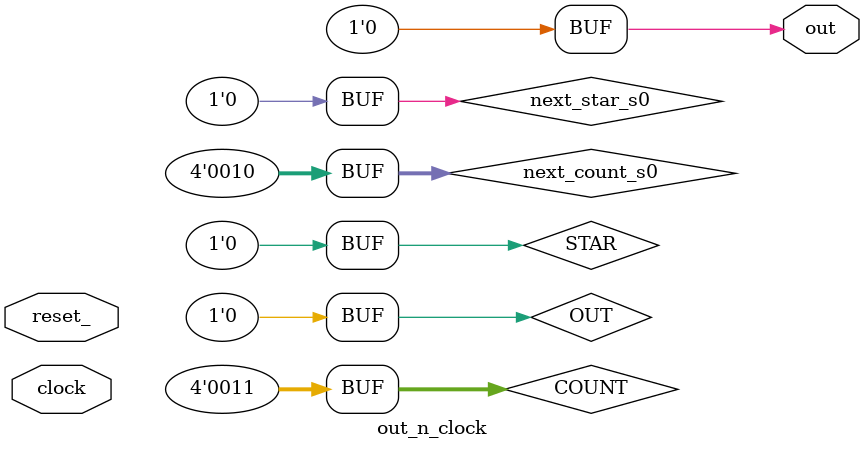
<source format=v>
module out_n_clock(
    out,
    clock, reset_
);
    output out;
    input clock, reset_;

    reg OUT;
    assign out = OUT;

    localparam N = 3;
    reg [3:0] COUNT;

    reg STAR;
    localparam S0 = 0, S1 = 1;

    always @(reset_ == 0) begin
        COUNT <= N;
        OUT <= 0;
        STAR <= S0;
    end

    wire [3:0] next_count_s0;
    assign #2 next_count_s0 = COUNT - 1;

    wire next_star_s0;
    assign #2 next_star_s0 = (COUNT == 1) ? S1 : S0;
    
    always @(posedge clock) if (reset_ == 1) #3 begin
        casex (STAR)
            S0: begin
                COUNT <= next_count_s0;
                OUT <= 1;
                STAR <= next_star_s0;
            end

            S1: begin
                COUNT <= N;
                OUT <= 0;
                STAR <= S0;
            end
        endcase
    end
endmodule
</source>
